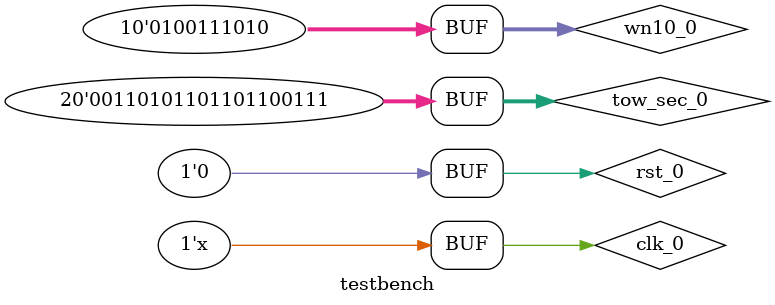
<source format=v>
`timescale 1ns / 1ps


module testbench
;

reg clk_0;
reg rst_0;
reg start_0;
wire manchhester_out_0;
reg [9:0]wn10_0 ;
reg [19:0]tow_sec_0;


design_1_wrapper dut(
    .wn10_0(wn10_0),
    .tow_sec_0(tow_sec_0),
    .clk_0(clk_0),
    .manchester_out_0(manchester_out_0),
    .rst_0(rst_0),
    .start_0(start_0)



);

initial begin
    start_0 <= 0 ;
    rst_0 <= 1;
    clk_0<= 0;
    wn10_0 <= 10'd314;
    tow_sec_0 <= 20'd220007;
   #10 
   rst_0 <= 0 ;
   #20 start_0 <= 1 ;
  

    
end
integer scnt = 0;  // saniye sayacı
always @(posedge clk_0) begin
        if (rst_0) begin
            scnt  <= 0;
            start_0 <= 0;
        end else begin
            if (scnt == 99999999) begin
                start_0 <= 1;         // 1 clock genişliğinde darbe
                scnt  <= 0;
            end else begin
                start_0 <= 0;
                scnt  <= scnt + 1;
            end
        end
    end

always #5 clk_0= ~clk_0 ;


 





endmodule

</source>
